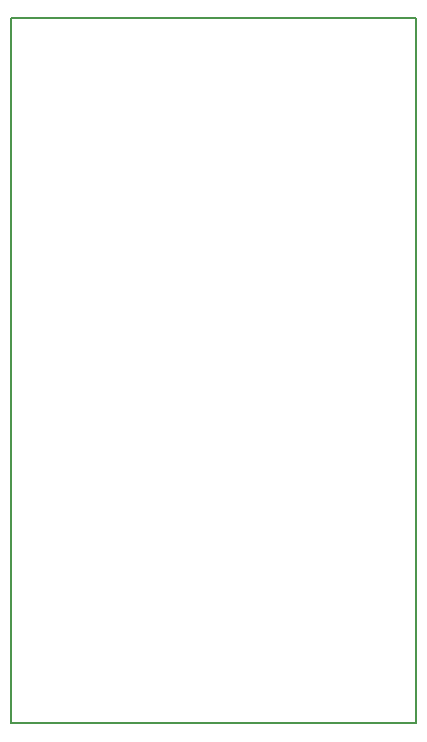
<source format=gm1>
G04 #@! TF.FileFunction,Profile,NP*
%FSLAX46Y46*%
G04 Gerber Fmt 4.6, Leading zero omitted, Abs format (unit mm)*
G04 Created by KiCad (PCBNEW 4.0.1-stable) date Wednesday, 10 February 2016 'pmt' 16:49:47*
%MOMM*%
G01*
G04 APERTURE LIST*
%ADD10C,0.100000*%
%ADD11C,0.150000*%
G04 APERTURE END LIST*
D10*
D11*
X153670000Y-149860000D02*
X187960000Y-149860000D01*
X153670000Y-90170000D02*
X153670000Y-149860000D01*
X187960000Y-90170000D02*
X153670000Y-90170000D01*
X187960000Y-149860000D02*
X187960000Y-90170000D01*
M02*

</source>
